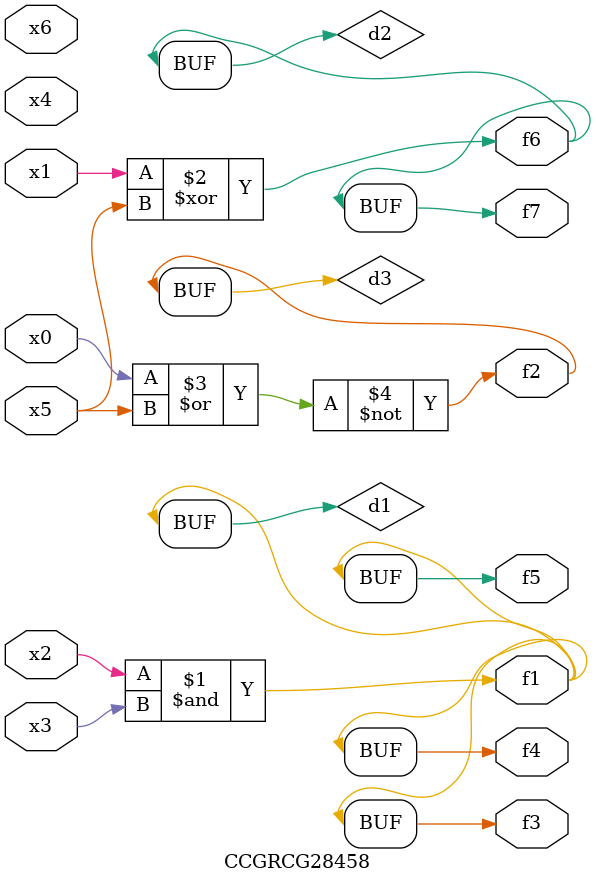
<source format=v>
module CCGRCG28458(
	input x0, x1, x2, x3, x4, x5, x6,
	output f1, f2, f3, f4, f5, f6, f7
);

	wire d1, d2, d3;

	and (d1, x2, x3);
	xor (d2, x1, x5);
	nor (d3, x0, x5);
	assign f1 = d1;
	assign f2 = d3;
	assign f3 = d1;
	assign f4 = d1;
	assign f5 = d1;
	assign f6 = d2;
	assign f7 = d2;
endmodule

</source>
